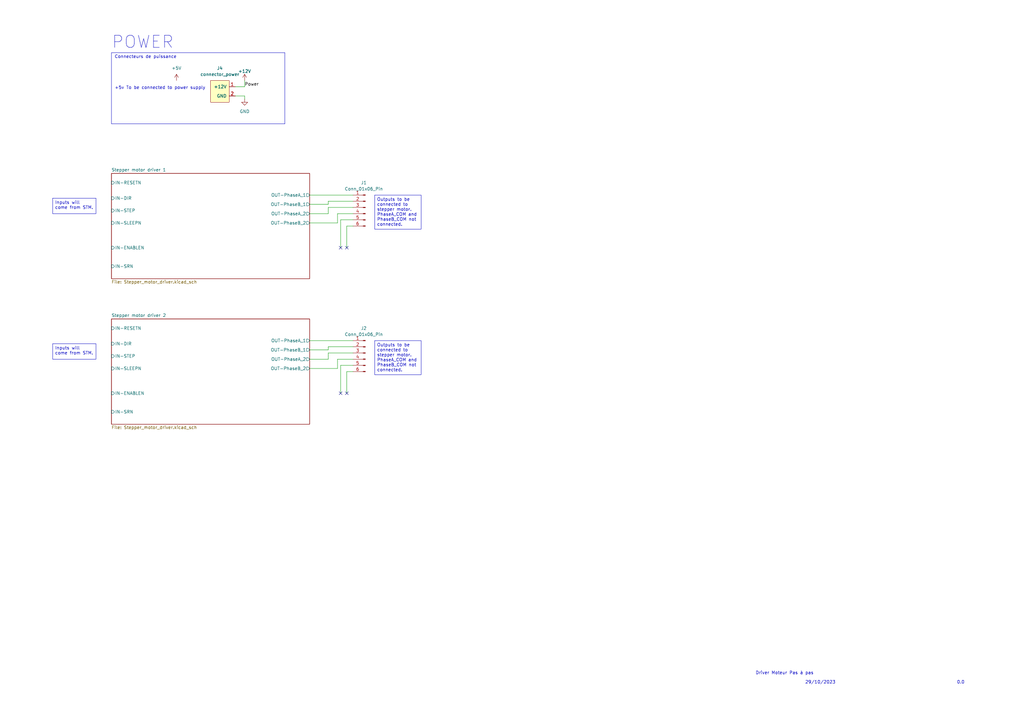
<source format=kicad_sch>
(kicad_sch (version 20230121) (generator eeschema)

  (uuid dd37a13e-a7bc-4ed0-8670-e6e06006f079)

  (paper "A3")

  (lib_symbols
    (symbol "Connector:Conn_01x06_Pin" (pin_names (offset 1.016) hide) (in_bom yes) (on_board yes)
      (property "Reference" "J" (at 0 7.62 0)
        (effects (font (size 1.27 1.27)))
      )
      (property "Value" "Conn_01x06_Pin" (at 0 -10.16 0)
        (effects (font (size 1.27 1.27)))
      )
      (property "Footprint" "" (at 0 0 0)
        (effects (font (size 1.27 1.27)) hide)
      )
      (property "Datasheet" "~" (at 0 0 0)
        (effects (font (size 1.27 1.27)) hide)
      )
      (property "ki_locked" "" (at 0 0 0)
        (effects (font (size 1.27 1.27)))
      )
      (property "ki_keywords" "connector" (at 0 0 0)
        (effects (font (size 1.27 1.27)) hide)
      )
      (property "ki_description" "Generic connector, single row, 01x06, script generated" (at 0 0 0)
        (effects (font (size 1.27 1.27)) hide)
      )
      (property "ki_fp_filters" "Connector*:*_1x??_*" (at 0 0 0)
        (effects (font (size 1.27 1.27)) hide)
      )
      (symbol "Conn_01x06_Pin_1_1"
        (polyline
          (pts
            (xy 1.27 -7.62)
            (xy 0.8636 -7.62)
          )
          (stroke (width 0.1524) (type default))
          (fill (type none))
        )
        (polyline
          (pts
            (xy 1.27 -5.08)
            (xy 0.8636 -5.08)
          )
          (stroke (width 0.1524) (type default))
          (fill (type none))
        )
        (polyline
          (pts
            (xy 1.27 -2.54)
            (xy 0.8636 -2.54)
          )
          (stroke (width 0.1524) (type default))
          (fill (type none))
        )
        (polyline
          (pts
            (xy 1.27 0)
            (xy 0.8636 0)
          )
          (stroke (width 0.1524) (type default))
          (fill (type none))
        )
        (polyline
          (pts
            (xy 1.27 2.54)
            (xy 0.8636 2.54)
          )
          (stroke (width 0.1524) (type default))
          (fill (type none))
        )
        (polyline
          (pts
            (xy 1.27 5.08)
            (xy 0.8636 5.08)
          )
          (stroke (width 0.1524) (type default))
          (fill (type none))
        )
        (rectangle (start 0.8636 -7.493) (end 0 -7.747)
          (stroke (width 0.1524) (type default))
          (fill (type outline))
        )
        (rectangle (start 0.8636 -4.953) (end 0 -5.207)
          (stroke (width 0.1524) (type default))
          (fill (type outline))
        )
        (rectangle (start 0.8636 -2.413) (end 0 -2.667)
          (stroke (width 0.1524) (type default))
          (fill (type outline))
        )
        (rectangle (start 0.8636 0.127) (end 0 -0.127)
          (stroke (width 0.1524) (type default))
          (fill (type outline))
        )
        (rectangle (start 0.8636 2.667) (end 0 2.413)
          (stroke (width 0.1524) (type default))
          (fill (type outline))
        )
        (rectangle (start 0.8636 5.207) (end 0 4.953)
          (stroke (width 0.1524) (type default))
          (fill (type outline))
        )
        (pin passive line (at 5.08 5.08 180) (length 3.81)
          (name "Pin_1" (effects (font (size 1.27 1.27))))
          (number "1" (effects (font (size 1.27 1.27))))
        )
        (pin passive line (at 5.08 2.54 180) (length 3.81)
          (name "Pin_2" (effects (font (size 1.27 1.27))))
          (number "2" (effects (font (size 1.27 1.27))))
        )
        (pin passive line (at 5.08 0 180) (length 3.81)
          (name "Pin_3" (effects (font (size 1.27 1.27))))
          (number "3" (effects (font (size 1.27 1.27))))
        )
        (pin passive line (at 5.08 -2.54 180) (length 3.81)
          (name "Pin_4" (effects (font (size 1.27 1.27))))
          (number "4" (effects (font (size 1.27 1.27))))
        )
        (pin passive line (at 5.08 -5.08 180) (length 3.81)
          (name "Pin_5" (effects (font (size 1.27 1.27))))
          (number "5" (effects (font (size 1.27 1.27))))
        )
        (pin passive line (at 5.08 -7.62 180) (length 3.81)
          (name "Pin_6" (effects (font (size 1.27 1.27))))
          (number "6" (effects (font (size 1.27 1.27))))
        )
      )
    )
    (symbol "Robot:connector_power" (pin_names (offset 1)) (in_bom yes) (on_board yes)
      (property "Reference" "J" (at 0 0 0)
        (effects (font (size 1.27 1.27)))
      )
      (property "Value" "connector_power" (at 0 1.905 0)
        (effects (font (size 1.27 1.27)))
      )
      (property "Footprint" "Robot:WR_TBL_3137_2pins" (at 0 0 0)
        (effects (font (size 1.27 1.27)) hide)
      )
      (property "Datasheet" "" (at 0 0 0)
        (effects (font (size 1.27 1.27)) hide)
      )
      (symbol "connector_power_0_1"
        (rectangle (start -6.35 -1.27) (end 1.27 -10.16)
          (stroke (width 0) (type default))
          (fill (type background))
        )
      )
      (symbol "connector_power_1_1"
        (pin power_out line (at 3.81 -3.81 180) (length 2.54)
          (name "+12V" (effects (font (size 1.27 1.27))))
          (number "1" (effects (font (size 1.27 1.27))))
        )
        (pin power_out line (at 3.81 -7.62 180) (length 2.54)
          (name "GND" (effects (font (size 1.27 1.27))))
          (number "2" (effects (font (size 1.27 1.27))))
        )
      )
    )
    (symbol "power:+12V" (power) (pin_names (offset 0)) (in_bom yes) (on_board yes)
      (property "Reference" "#PWR" (at 0 -3.81 0)
        (effects (font (size 1.27 1.27)) hide)
      )
      (property "Value" "+12V" (at 0 3.556 0)
        (effects (font (size 1.27 1.27)))
      )
      (property "Footprint" "" (at 0 0 0)
        (effects (font (size 1.27 1.27)) hide)
      )
      (property "Datasheet" "" (at 0 0 0)
        (effects (font (size 1.27 1.27)) hide)
      )
      (property "ki_keywords" "global power" (at 0 0 0)
        (effects (font (size 1.27 1.27)) hide)
      )
      (property "ki_description" "Power symbol creates a global label with name \"+12V\"" (at 0 0 0)
        (effects (font (size 1.27 1.27)) hide)
      )
      (symbol "+12V_0_1"
        (polyline
          (pts
            (xy -0.762 1.27)
            (xy 0 2.54)
          )
          (stroke (width 0) (type default))
          (fill (type none))
        )
        (polyline
          (pts
            (xy 0 0)
            (xy 0 2.54)
          )
          (stroke (width 0) (type default))
          (fill (type none))
        )
        (polyline
          (pts
            (xy 0 2.54)
            (xy 0.762 1.27)
          )
          (stroke (width 0) (type default))
          (fill (type none))
        )
      )
      (symbol "+12V_1_1"
        (pin power_in line (at 0 0 90) (length 0) hide
          (name "+12V" (effects (font (size 1.27 1.27))))
          (number "1" (effects (font (size 1.27 1.27))))
        )
      )
    )
    (symbol "power:+5V" (power) (pin_names (offset 0)) (in_bom yes) (on_board yes)
      (property "Reference" "#PWR" (at 0 -3.81 0)
        (effects (font (size 1.27 1.27)) hide)
      )
      (property "Value" "+5V" (at 0 3.556 0)
        (effects (font (size 1.27 1.27)))
      )
      (property "Footprint" "" (at 0 0 0)
        (effects (font (size 1.27 1.27)) hide)
      )
      (property "Datasheet" "" (at 0 0 0)
        (effects (font (size 1.27 1.27)) hide)
      )
      (property "ki_keywords" "global power" (at 0 0 0)
        (effects (font (size 1.27 1.27)) hide)
      )
      (property "ki_description" "Power symbol creates a global label with name \"+5V\"" (at 0 0 0)
        (effects (font (size 1.27 1.27)) hide)
      )
      (symbol "+5V_0_1"
        (polyline
          (pts
            (xy -0.762 1.27)
            (xy 0 2.54)
          )
          (stroke (width 0) (type default))
          (fill (type none))
        )
        (polyline
          (pts
            (xy 0 0)
            (xy 0 2.54)
          )
          (stroke (width 0) (type default))
          (fill (type none))
        )
        (polyline
          (pts
            (xy 0 2.54)
            (xy 0.762 1.27)
          )
          (stroke (width 0) (type default))
          (fill (type none))
        )
      )
      (symbol "+5V_1_1"
        (pin power_in line (at 0 0 90) (length 0) hide
          (name "+5V" (effects (font (size 1.27 1.27))))
          (number "1" (effects (font (size 1.27 1.27))))
        )
      )
    )
    (symbol "power:GND" (power) (pin_names (offset 0)) (in_bom yes) (on_board yes)
      (property "Reference" "#PWR" (at 0 -6.35 0)
        (effects (font (size 1.27 1.27)) hide)
      )
      (property "Value" "GND" (at 0 -3.81 0)
        (effects (font (size 1.27 1.27)))
      )
      (property "Footprint" "" (at 0 0 0)
        (effects (font (size 1.27 1.27)) hide)
      )
      (property "Datasheet" "" (at 0 0 0)
        (effects (font (size 1.27 1.27)) hide)
      )
      (property "ki_keywords" "global power" (at 0 0 0)
        (effects (font (size 1.27 1.27)) hide)
      )
      (property "ki_description" "Power symbol creates a global label with name \"GND\" , ground" (at 0 0 0)
        (effects (font (size 1.27 1.27)) hide)
      )
      (symbol "GND_0_1"
        (polyline
          (pts
            (xy 0 0)
            (xy 0 -1.27)
            (xy 1.27 -1.27)
            (xy 0 -2.54)
            (xy -1.27 -1.27)
            (xy 0 -1.27)
          )
          (stroke (width 0) (type default))
          (fill (type none))
        )
      )
      (symbol "GND_1_1"
        (pin power_in line (at 0 0 270) (length 0) hide
          (name "GND" (effects (font (size 1.27 1.27))))
          (number "1" (effects (font (size 1.27 1.27))))
        )
      )
    )
  )


  (no_connect (at 142.24 161.29) (uuid 30d6d6bb-10bd-4919-982e-9019e46e563f))
  (no_connect (at 139.7 161.29) (uuid 3eeb1fbc-e71c-4515-9f85-3ef7ee469b25))
  (no_connect (at 139.7 101.6) (uuid c18336f9-b7ea-4545-979e-d205697c8085))
  (no_connect (at 142.24 101.6) (uuid c836758f-e543-4e00-980d-6d45ef2880f3))

  (wire (pts (xy 127 147.32) (xy 134.62 147.32))
    (stroke (width 0) (type default))
    (uuid 0a778e1e-503b-42ee-9eb9-6fe1e7a4ef98)
  )
  (wire (pts (xy 127 139.7) (xy 144.78 139.7))
    (stroke (width 0) (type default))
    (uuid 0cb06de8-191e-4088-b606-c2707e6005e2)
  )
  (wire (pts (xy 134.62 144.78) (xy 144.78 144.78))
    (stroke (width 0) (type default))
    (uuid 1473d946-0195-4943-987b-fd882650c35f)
  )
  (wire (pts (xy 138.43 91.44) (xy 138.43 87.63))
    (stroke (width 0) (type default))
    (uuid 253fe192-3e61-401f-a5bf-51a6b637089a)
  )
  (wire (pts (xy 134.62 142.24) (xy 144.78 142.24))
    (stroke (width 0) (type default))
    (uuid 261c2c90-24aa-425a-848c-e2b604683da4)
  )
  (wire (pts (xy 144.78 152.4) (xy 142.24 152.4))
    (stroke (width 0) (type default))
    (uuid 2a68ba19-35b3-451a-aabf-233cc1c56421)
  )
  (wire (pts (xy 138.43 147.32) (xy 144.78 147.32))
    (stroke (width 0) (type default))
    (uuid 2dbf1957-04e9-40f3-8dc4-acc8bb3303a9)
  )
  (wire (pts (xy 134.62 85.09) (xy 144.78 85.09))
    (stroke (width 0) (type default))
    (uuid 4b29bbf1-13c8-4b1c-950e-3ed250968e5c)
  )
  (wire (pts (xy 96.52 39.37) (xy 100.33 39.37))
    (stroke (width 0) (type default))
    (uuid 4dacb02f-eef0-4a2d-b0a6-c51a717a3517)
  )
  (wire (pts (xy 138.43 151.13) (xy 138.43 147.32))
    (stroke (width 0) (type default))
    (uuid 5263de53-511d-4180-980f-ece6f8c30015)
  )
  (wire (pts (xy 127 151.13) (xy 138.43 151.13))
    (stroke (width 0) (type default))
    (uuid 58ca5e06-9484-41dd-9c57-f362cbde2c3c)
  )
  (wire (pts (xy 134.62 87.63) (xy 134.62 85.09))
    (stroke (width 0) (type default))
    (uuid 5b9c6941-c02f-44ce-8b44-112a6234a2d0)
  )
  (wire (pts (xy 134.62 83.82) (xy 134.62 82.55))
    (stroke (width 0) (type default))
    (uuid 5f48ce57-2635-4e84-aa50-ceedba324d55)
  )
  (wire (pts (xy 142.24 152.4) (xy 142.24 161.29))
    (stroke (width 0) (type default))
    (uuid 67e35e72-e000-47b0-a552-41d4882217b5)
  )
  (wire (pts (xy 134.62 143.51) (xy 134.62 142.24))
    (stroke (width 0) (type default))
    (uuid 8045f650-69ea-4560-a537-619ffa7ae516)
  )
  (wire (pts (xy 127 87.63) (xy 134.62 87.63))
    (stroke (width 0) (type default))
    (uuid 83abea66-b11c-456d-89a3-d7fcb272602a)
  )
  (wire (pts (xy 100.33 39.37) (xy 100.33 40.64))
    (stroke (width 0) (type default))
    (uuid 8972f8ce-3969-48cd-adc0-acb573092867)
  )
  (wire (pts (xy 127 91.44) (xy 138.43 91.44))
    (stroke (width 0) (type default))
    (uuid 8e9cd8c2-2045-44a5-a1ed-4f8f222931d3)
  )
  (wire (pts (xy 142.24 92.71) (xy 142.24 101.6))
    (stroke (width 0) (type default))
    (uuid 967a63ad-cd7f-43a9-ab7b-fed1f92cb0a8)
  )
  (wire (pts (xy 139.7 149.86) (xy 139.7 161.29))
    (stroke (width 0) (type default))
    (uuid a6bad58c-df0e-4496-9832-bbe72f06fc8f)
  )
  (wire (pts (xy 139.7 90.17) (xy 139.7 101.6))
    (stroke (width 0) (type default))
    (uuid a6fdbb66-a16f-43f6-85e5-853eabcd2b49)
  )
  (wire (pts (xy 127 143.51) (xy 134.62 143.51))
    (stroke (width 0) (type default))
    (uuid a7ad98d7-954c-4878-8377-adacfdd513dc)
  )
  (wire (pts (xy 144.78 149.86) (xy 139.7 149.86))
    (stroke (width 0) (type default))
    (uuid c0caaa51-1302-400a-9ce3-2757475d5532)
  )
  (wire (pts (xy 144.78 92.71) (xy 142.24 92.71))
    (stroke (width 0) (type default))
    (uuid c2debbeb-5d23-42d2-bbc4-5952218b8d82)
  )
  (wire (pts (xy 134.62 82.55) (xy 144.78 82.55))
    (stroke (width 0) (type default))
    (uuid d4370949-dc94-474d-8782-8ad2e246987e)
  )
  (wire (pts (xy 127 83.82) (xy 134.62 83.82))
    (stroke (width 0) (type default))
    (uuid d4d208e0-c4a4-445a-9cab-b97dc2cddb76)
  )
  (wire (pts (xy 96.52 35.56) (xy 100.33 35.56))
    (stroke (width 0) (type default))
    (uuid d5abf7c4-b8a5-4c8f-ba08-bb79b64524f2)
  )
  (wire (pts (xy 127 80.01) (xy 144.78 80.01))
    (stroke (width 0) (type default))
    (uuid d899461c-29cb-4af0-a46f-cd67061ebdb6)
  )
  (wire (pts (xy 144.78 90.17) (xy 139.7 90.17))
    (stroke (width 0) (type default))
    (uuid e860572f-de37-4c72-86fe-05c3f8cd21ea)
  )
  (wire (pts (xy 134.62 147.32) (xy 134.62 144.78))
    (stroke (width 0) (type default))
    (uuid f8b30fc9-a17a-43d4-b06e-5a52dc609f91)
  )
  (wire (pts (xy 100.33 33.02) (xy 100.33 35.56))
    (stroke (width 0) (type default))
    (uuid fa0f036d-e521-420b-a870-a3b9536d5de4)
  )
  (wire (pts (xy 138.43 87.63) (xy 144.78 87.63))
    (stroke (width 0) (type default))
    (uuid fe905e23-98b2-4e46-b57a-f1eba2485601)
  )

  (rectangle (start 45.72 21.59) (end 116.84 50.8)
    (stroke (width 0) (type default))
    (fill (type none))
    (uuid 12d27a5e-da0d-4601-8185-b5f364b55f78)
  )

  (text_box "Inputs will come from STM.\n"
    (at 21.59 81.28 0) (size 17.78 6.35)
    (stroke (width 0) (type default))
    (fill (type none))
    (effects (font (size 1.27 1.27)) (justify left top))
    (uuid 79f6942f-bda1-439a-bf7d-e72926b36523)
  )
  (text_box "Inputs will come from STM.\n"
    (at 21.59 140.97 0) (size 17.78 6.35)
    (stroke (width 0) (type default))
    (fill (type none))
    (effects (font (size 1.27 1.27)) (justify left top))
    (uuid a03c2f12-08fd-45dc-8ea5-1cbd2f3cd5ae)
  )
  (text_box "Outputs to be connected to stepper motor. PhaseA_COM and PhaseB_COM not connected."
    (at 153.67 80.01 0) (size 19.05 13.97)
    (stroke (width 0) (type default))
    (fill (type none))
    (effects (font (size 1.27 1.27)) (justify left top))
    (uuid cf7591cf-e590-4ceb-8cb0-27f3e9b15244)
  )
  (text_box "Outputs to be connected to stepper motor. PhaseA_COM and PhaseB_COM not connected."
    (at 153.67 139.7 0) (size 19.05 13.97)
    (stroke (width 0) (type default))
    (fill (type none))
    (effects (font (size 1.27 1.27)) (justify left top))
    (uuid f61140ce-3887-4b6a-90a8-5ba6338be86d)
  )

  (text "+5v To be connected to power supply" (at 46.99 36.83 0)
    (effects (font (size 1.27 1.27)) (justify left bottom))
    (uuid 5e40e705-ea7c-48ef-a2b6-1008e1f4c702)
  )
  (text "Driver Moteur Pas à pas" (at 309.88 276.86 0)
    (effects (font (size 1.27 1.27)) (justify left bottom))
    (uuid 778365d9-2273-4459-8f15-ca8257eae58a)
  )
  (text "Connecteurs de puissance " (at 46.99 24.13 0)
    (effects (font (size 1.27 1.27)) (justify left bottom))
    (uuid 78c6f20b-274c-4af6-b4a2-d2b22639f76d)
  )
  (text "0.0" (at 392.43 280.67 0)
    (effects (font (size 1.27 1.27)) (justify left bottom))
    (uuid 90d1bdcb-9916-4907-9ab1-c9012dab28f0)
  )
  (text "Carte Driver - Moteurs pas à pas" (at 731.52 574.04 0)
    (effects (font (size 1.27 1.27)) (justify left bottom))
    (uuid acb82583-66e8-40f3-bff9-fb36f8a6d243)
  )
  (text "POWER\n" (at 45.72 20.32 0)
    (effects (font (size 5 5)) (justify left bottom))
    (uuid bf778d88-49a7-450b-b103-9d546bc7a709)
  )
  (text "29/10/2023" (at 330.2 280.67 0)
    (effects (font (size 1.27 1.27)) (justify left bottom))
    (uuid c918901e-aef1-488f-8778-5e60549bdec3)
  )

  (label "Power" (at 100.33 35.56 0) (fields_autoplaced)
    (effects (font (size 1.27 1.27)) (justify left bottom))
    (uuid 18b55840-8b55-4bab-9dd9-65610350a473)
  )

  (symbol (lib_id "Connector:Conn_01x06_Pin") (at 149.86 144.78 0) (mirror y) (unit 1)
    (in_bom yes) (on_board yes) (dnp no) (fields_autoplaced)
    (uuid 1550b5a1-bd84-43bc-a96f-aff62c87852a)
    (property "Reference" "J2" (at 149.225 134.62 0)
      (effects (font (size 1.27 1.27)))
    )
    (property "Value" "Conn_01x06_Pin" (at 149.225 137.16 0)
      (effects (font (size 1.27 1.27)))
    )
    (property "Footprint" "" (at 149.86 144.78 0)
      (effects (font (size 1.27 1.27)) hide)
    )
    (property "Datasheet" "~" (at 149.86 144.78 0)
      (effects (font (size 1.27 1.27)) hide)
    )
    (pin "1" (uuid 5c96351c-e278-4b65-b622-b4629c4a47e4))
    (pin "2" (uuid ed1c126c-b0bd-44de-91d9-ea3b291d9ba1))
    (pin "3" (uuid 83513a02-fca6-44ef-a66e-30fd25bcc8b8))
    (pin "4" (uuid 12e4760f-113b-40c7-8f7e-eee89aa3de44))
    (pin "5" (uuid ee3869e6-c9db-40be-88f5-30c44869bfc1))
    (pin "6" (uuid 006d5cbe-a428-47e3-abb9-7ffd1e36924c))
    (instances
      (project "Top_level_schematic"
        (path "/dd37a13e-a7bc-4ed0-8670-e6e06006f079"
          (reference "J2") (unit 1)
        )
      )
    )
  )

  (symbol (lib_id "Connector:Conn_01x06_Pin") (at 149.86 85.09 0) (mirror y) (unit 1)
    (in_bom yes) (on_board yes) (dnp no) (fields_autoplaced)
    (uuid 169ff692-3ed0-4abd-b77c-ce9e90c40dd0)
    (property "Reference" "J1" (at 149.225 74.93 0)
      (effects (font (size 1.27 1.27)))
    )
    (property "Value" "Conn_01x06_Pin" (at 149.225 77.47 0)
      (effects (font (size 1.27 1.27)))
    )
    (property "Footprint" "" (at 149.86 85.09 0)
      (effects (font (size 1.27 1.27)) hide)
    )
    (property "Datasheet" "~" (at 149.86 85.09 0)
      (effects (font (size 1.27 1.27)) hide)
    )
    (pin "1" (uuid bf2b9e83-d49c-4af6-a1e3-d4950bb46f0f))
    (pin "2" (uuid 9400e8eb-d1b0-4fe4-bbcd-7e8a626068f6))
    (pin "3" (uuid 65b95b7c-5c7b-47fe-a3ab-32bff4cdbaf6))
    (pin "4" (uuid d33d1565-eaa7-4b14-876f-cb842c5e2f3b))
    (pin "5" (uuid 73d31035-6370-4afe-bbf8-52cd19554eda))
    (pin "6" (uuid 94868d76-93eb-4785-854a-4fb22466627f))
    (instances
      (project "Top_level_schematic"
        (path "/dd37a13e-a7bc-4ed0-8670-e6e06006f079"
          (reference "J1") (unit 1)
        )
      )
    )
  )

  (symbol (lib_id "power:GND") (at 100.33 40.64 0) (unit 1)
    (in_bom yes) (on_board yes) (dnp no) (fields_autoplaced)
    (uuid 16e95a78-2e0b-487d-af44-9abb18adfa65)
    (property "Reference" "#PWR028" (at 100.33 46.99 0)
      (effects (font (size 1.27 1.27)) hide)
    )
    (property "Value" "GND" (at 100.33 45.72 0)
      (effects (font (size 1.27 1.27)))
    )
    (property "Footprint" "" (at 100.33 40.64 0)
      (effects (font (size 1.27 1.27)) hide)
    )
    (property "Datasheet" "" (at 100.33 40.64 0)
      (effects (font (size 1.27 1.27)) hide)
    )
    (pin "1" (uuid f8b4f691-094f-424a-9d23-331f9a17b186))
    (instances
      (project "Top_level_schematic"
        (path "/dd37a13e-a7bc-4ed0-8670-e6e06006f079"
          (reference "#PWR028") (unit 1)
        )
      )
    )
  )

  (symbol (lib_id "Robot:connector_power") (at 92.71 31.75 0) (unit 1)
    (in_bom yes) (on_board yes) (dnp no) (fields_autoplaced)
    (uuid 1ce86848-687d-402e-90b3-8bcc05cf5eb4)
    (property "Reference" "J5" (at 90.17 27.94 0)
      (effects (font (size 1.27 1.27)))
    )
    (property "Value" "connector_power" (at 90.17 30.48 0)
      (effects (font (size 1.27 1.27)))
    )
    (property "Footprint" "PCM_Robot:WR_TBL_3137_2pins" (at 92.71 31.75 0)
      (effects (font (size 1.27 1.27)) hide)
    )
    (property "Datasheet" "" (at 92.71 31.75 0)
      (effects (font (size 1.27 1.27)) hide)
    )
    (pin "1" (uuid 020f6a14-ddc3-4ac0-b134-c2a652f92acc))
    (pin "2" (uuid 83dd220b-a298-420f-b32d-b76120bde91e))
    (instances
      (project "Base roulante"
        (path "/98ce6dcc-02a8-4aac-9f23-0d5ec09c4a8b"
          (reference "J5") (unit 1)
        )
      )
      (project "BaseRoulanteNew"
        (path "/9adaef67-5459-4c17-9d1c-224f3d934c42"
          (reference "J3") (unit 1)
        )
      )
      (project "Top_level_schematic"
        (path "/dd37a13e-a7bc-4ed0-8670-e6e06006f079"
          (reference "J4") (unit 1)
        )
      )
    )
  )

  (symbol (lib_id "power:+12V") (at 100.33 33.02 0) (unit 1)
    (in_bom yes) (on_board yes) (dnp no) (fields_autoplaced)
    (uuid 247d9f69-d8c0-4ba3-91ef-2ef85b2d4786)
    (property "Reference" "#PWR027" (at 100.33 36.83 0)
      (effects (font (size 1.27 1.27)) hide)
    )
    (property "Value" "+12V" (at 100.33 29.21 0)
      (effects (font (size 1.27 1.27)))
    )
    (property "Footprint" "" (at 100.33 33.02 0)
      (effects (font (size 1.27 1.27)) hide)
    )
    (property "Datasheet" "" (at 100.33 33.02 0)
      (effects (font (size 1.27 1.27)) hide)
    )
    (pin "1" (uuid e491c30b-d5c9-4e4e-82c2-d562baa25bca))
    (instances
      (project "Top_level_schematic"
        (path "/dd37a13e-a7bc-4ed0-8670-e6e06006f079"
          (reference "#PWR027") (unit 1)
        )
      )
    )
  )

  (symbol (lib_id "power:+5V") (at 72.39 33.02 0) (unit 1)
    (in_bom yes) (on_board yes) (dnp no) (fields_autoplaced)
    (uuid f2dd17d9-1657-4966-bed1-1645b91550d2)
    (property "Reference" "#PWR029" (at 72.39 36.83 0)
      (effects (font (size 1.27 1.27)) hide)
    )
    (property "Value" "+5V" (at 72.39 27.94 0)
      (effects (font (size 1.27 1.27)))
    )
    (property "Footprint" "" (at 72.39 33.02 0)
      (effects (font (size 1.27 1.27)) hide)
    )
    (property "Datasheet" "" (at 72.39 33.02 0)
      (effects (font (size 1.27 1.27)) hide)
    )
    (pin "1" (uuid 29ff622d-06ec-4df1-8a1c-0afbcb2de05c))
    (instances
      (project "Top_level_schematic"
        (path "/dd37a13e-a7bc-4ed0-8670-e6e06006f079"
          (reference "#PWR029") (unit 1)
        )
      )
    )
  )

  (sheet (at 45.72 130.81) (size 81.28 43.18) (fields_autoplaced)
    (stroke (width 0.1524) (type solid))
    (fill (color 0 0 0 0.0000))
    (uuid bc45f83a-2ca3-428d-adc8-d6f9f1a9c33e)
    (property "Sheetname" "Stepper motor driver 2" (at 45.72 130.0984 0)
      (effects (font (size 1.27 1.27)) (justify left bottom))
    )
    (property "Sheetfile" "Stepper_motor_driver.kicad_sch" (at 45.72 174.5746 0)
      (effects (font (size 1.27 1.27)) (justify left top))
    )
    (pin "OUT-PhaseA_1" output (at 127 139.7 0)
      (effects (font (size 1.27 1.27)) (justify right))
      (uuid 1b5bcd8d-334b-4579-8bdf-6b0b4f21ca39)
    )
    (pin "IN-DIR" input (at 45.72 140.97 180)
      (effects (font (size 1.27 1.27)) (justify left))
      (uuid 63f2f944-602d-4e28-b216-c786bede2a3c)
    )
    (pin "OUT-PhaseB_1" output (at 127 143.51 0)
      (effects (font (size 1.27 1.27)) (justify right))
      (uuid de0a98e2-5c04-45ec-8d06-43f3f2c19635)
    )
    (pin "IN-SLEEPN" input (at 45.72 151.13 180)
      (effects (font (size 1.27 1.27)) (justify left))
      (uuid ba744936-388c-4883-aad4-c2b3c0f45752)
    )
    (pin "IN-ENABLEN" input (at 45.72 161.29 180)
      (effects (font (size 1.27 1.27)) (justify left))
      (uuid f4ea2629-3fe5-4905-bbe2-8f3eb6340168)
    )
    (pin "IN-SRN" input (at 45.72 168.91 180)
      (effects (font (size 1.27 1.27)) (justify left))
      (uuid 83c5b3df-ca40-400f-9da4-fc8748bbeec9)
    )
    (pin "IN-RESETN" input (at 45.72 134.62 180)
      (effects (font (size 1.27 1.27)) (justify left))
      (uuid b19634c0-c9ef-47f9-892c-d1b9a728b073)
    )
    (pin "IN-STEP" input (at 45.72 146.05 180)
      (effects (font (size 1.27 1.27)) (justify left))
      (uuid 05821410-5a2a-442e-bf3a-51645c487d0a)
    )
    (pin "OUT-PhaseA_2" output (at 127 147.32 0)
      (effects (font (size 1.27 1.27)) (justify right))
      (uuid 3a2073c5-d22c-4f50-b52c-1814f22cb5a3)
    )
    (pin "OUT-PhaseB_2" output (at 127 151.13 0)
      (effects (font (size 1.27 1.27)) (justify right))
      (uuid 2cf2a7ec-bdfd-40f9-aabe-4e1ab0f4976b)
    )
    (instances
      (project "Top_level_schematic"
        (path "/dd37a13e-a7bc-4ed0-8670-e6e06006f079" (page "3"))
      )
    )
  )

  (sheet (at 45.72 71.12) (size 81.28 43.18) (fields_autoplaced)
    (stroke (width 0.1524) (type solid))
    (fill (color 0 0 0 0.0000))
    (uuid ed92b667-73c1-4dc3-8778-08fd1c355cb6)
    (property "Sheetname" "Stepper motor driver 1" (at 45.72 70.4084 0)
      (effects (font (size 1.27 1.27)) (justify left bottom))
    )
    (property "Sheetfile" "Stepper_motor_driver.kicad_sch" (at 45.72 114.8846 0)
      (effects (font (size 1.27 1.27)) (justify left top))
    )
    (pin "OUT-PhaseA_1" output (at 127 80.01 0)
      (effects (font (size 1.27 1.27)) (justify right))
      (uuid 8628a719-7265-4f7f-9421-daedf5b1c12d)
    )
    (pin "IN-DIR" input (at 45.72 81.28 180)
      (effects (font (size 1.27 1.27)) (justify left))
      (uuid 5383132f-0669-411b-9d70-56f2f6331017)
    )
    (pin "OUT-PhaseB_1" output (at 127 83.82 0)
      (effects (font (size 1.27 1.27)) (justify right))
      (uuid 5d46d88f-3f8a-4673-8957-5c1228e3f2f2)
    )
    (pin "IN-SLEEPN" input (at 45.72 91.44 180)
      (effects (font (size 1.27 1.27)) (justify left))
      (uuid 6eb7f56e-6634-4e1f-999e-d18fd28779d5)
    )
    (pin "IN-ENABLEN" input (at 45.72 101.6 180)
      (effects (font (size 1.27 1.27)) (justify left))
      (uuid 8a76f2c1-5b25-4f76-a4d5-2515deed74d0)
    )
    (pin "IN-SRN" input (at 45.72 109.22 180)
      (effects (font (size 1.27 1.27)) (justify left))
      (uuid af6c9dc2-5426-437b-8587-fedef847a33d)
    )
    (pin "IN-RESETN" input (at 45.72 74.93 180)
      (effects (font (size 1.27 1.27)) (justify left))
      (uuid 0e5ba580-b96f-4eff-b67e-a4feedfbc014)
    )
    (pin "IN-STEP" input (at 45.72 86.36 180)
      (effects (font (size 1.27 1.27)) (justify left))
      (uuid 57983e3b-c0c9-48bf-af91-0a9255bec9ef)
    )
    (pin "OUT-PhaseA_2" output (at 127 87.63 0)
      (effects (font (size 1.27 1.27)) (justify right))
      (uuid a9582308-464a-4702-b20f-938c0e23a2d4)
    )
    (pin "OUT-PhaseB_2" output (at 127 91.44 0)
      (effects (font (size 1.27 1.27)) (justify right))
      (uuid 9c78a77a-0067-4624-80a2-3faffdb73f66)
    )
    (instances
      (project "Top_level_schematic"
        (path "/dd37a13e-a7bc-4ed0-8670-e6e06006f079" (page "2"))
      )
    )
  )

  (sheet_instances
    (path "/" (page "1"))
  )
)

</source>
